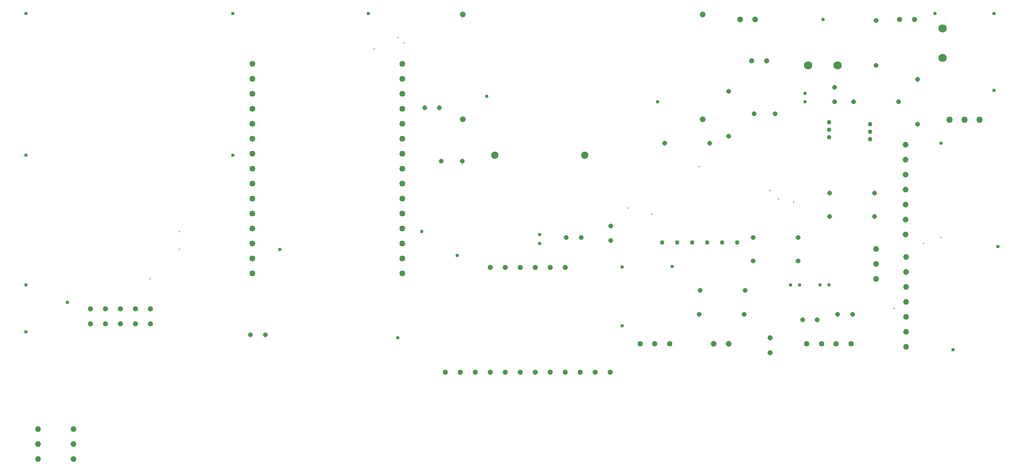
<source format=gbr>
%TF.GenerationSoftware,KiCad,Pcbnew,8.0.4*%
%TF.CreationDate,2024-10-15T19:25:32-05:00*%
%TF.ProjectId,touchboard,746f7563-6862-46f6-9172-642e6b696361,rev?*%
%TF.SameCoordinates,Original*%
%TF.FileFunction,Plated,1,2,PTH,Drill*%
%TF.FilePolarity,Positive*%
%FSLAX46Y46*%
G04 Gerber Fmt 4.6, Leading zero omitted, Abs format (unit mm)*
G04 Created by KiCad (PCBNEW 8.0.4) date 2024-10-15 19:25:32*
%MOMM*%
%LPD*%
G01*
G04 APERTURE LIST*
%TA.AperFunction,ViaDrill*%
%ADD10C,0.300000*%
%TD*%
%TA.AperFunction,ViaDrill*%
%ADD11C,0.600000*%
%TD*%
%TA.AperFunction,ComponentDrill*%
%ADD12C,0.600000*%
%TD*%
%TA.AperFunction,ComponentDrill*%
%ADD13C,0.750000*%
%TD*%
%TA.AperFunction,ComponentDrill*%
%ADD14C,0.762000*%
%TD*%
%TA.AperFunction,ComponentDrill*%
%ADD15C,0.800000*%
%TD*%
%TA.AperFunction,ComponentDrill*%
%ADD16C,0.900000*%
%TD*%
%TA.AperFunction,ComponentDrill*%
%ADD17C,0.950000*%
%TD*%
%TA.AperFunction,ComponentDrill*%
%ADD18C,1.000000*%
%TD*%
%TA.AperFunction,ComponentDrill*%
%ADD19C,1.020000*%
%TD*%
%TA.AperFunction,ComponentDrill*%
%ADD20C,1.100000*%
%TD*%
%TA.AperFunction,ComponentDrill*%
%ADD21C,1.300000*%
%TD*%
%TA.AperFunction,ComponentDrill*%
%ADD22C,1.400000*%
%TD*%
G04 APERTURE END LIST*
D10*
X65000000Y-90000000D03*
X70000000Y-82000000D03*
X70000000Y-85000000D03*
X103000000Y-51000000D03*
X107000000Y-49000000D03*
X108000000Y-50000000D03*
X146000000Y-78000000D03*
X150000000Y-79000000D03*
X158000000Y-71000000D03*
X170000000Y-75000000D03*
X171500000Y-76500000D03*
X174000000Y-77000000D03*
X191000000Y-95000000D03*
X196000000Y-84000000D03*
X199000000Y-83000000D03*
D11*
X44000000Y-45000000D03*
X44000000Y-69000000D03*
X44000000Y-91000000D03*
X44000000Y-99000000D03*
X51000000Y-94000000D03*
X79000000Y-45000000D03*
X79000000Y-69000000D03*
X87000000Y-85000000D03*
X102000000Y-45000000D03*
X107000000Y-100000000D03*
X111000000Y-82000000D03*
X117000000Y-86000000D03*
X122000000Y-59000000D03*
X145000000Y-88000000D03*
X145000000Y-98000000D03*
X151000000Y-60000000D03*
X153427717Y-87867390D03*
X179000000Y-46000000D03*
X198000000Y-45000000D03*
X199000000Y-67000000D03*
X201000000Y-102000000D03*
X208000000Y-45000000D03*
X208000000Y-58000000D03*
X208670183Y-84489692D03*
D12*
%TO.C,C34*%
X131000000Y-82500000D03*
X131000000Y-84000000D03*
%TO.C,C6*%
X173500000Y-91000000D03*
X175000000Y-91000000D03*
%TO.C,C4*%
X176000000Y-58500000D03*
X176000000Y-60000000D03*
%TO.C,C8*%
X178500000Y-91000000D03*
X180000000Y-91000000D03*
D13*
%TO.C,Q1*%
X180000000Y-63460000D03*
X180000000Y-64730000D03*
X180000000Y-66000000D03*
%TO.C,Q2*%
X187000000Y-63730000D03*
X187000000Y-65000000D03*
X187000000Y-66270000D03*
D14*
%TO.C,U7*%
X151750000Y-83825000D03*
X154290000Y-83825000D03*
X156830000Y-83825000D03*
X159370000Y-83825000D03*
X161910000Y-83825000D03*
X164450000Y-83825000D03*
D15*
%TO.C,C32*%
X82000000Y-99500000D03*
X84500000Y-99500000D03*
%TO.C,C2*%
X111500000Y-61000000D03*
X114000000Y-61000000D03*
%TO.C,C3*%
X114347349Y-70000000D03*
X117847349Y-70000000D03*
%TO.C,C35*%
X135500000Y-83000000D03*
X138000000Y-83000000D03*
%TO.C,C33*%
X143000000Y-81000000D03*
X143000000Y-83500000D03*
%TO.C,R2*%
X152190000Y-67000000D03*
%TO.C,R6*%
X158000000Y-96000000D03*
%TO.C,R10*%
X158190000Y-92000000D03*
%TO.C,R2*%
X159810000Y-67000000D03*
%TO.C,R1*%
X163000000Y-58190000D03*
X163000000Y-65810000D03*
%TO.C,R6*%
X165620000Y-96000000D03*
%TO.C,R10*%
X165810000Y-92000000D03*
%TO.C,R8*%
X167190000Y-83000000D03*
%TO.C,R7*%
X167190000Y-87000000D03*
%TO.C,C1*%
X167347349Y-62000000D03*
X170847349Y-62000000D03*
%TO.C,R8*%
X174810000Y-83000000D03*
%TO.C,R7*%
X174810000Y-87000000D03*
%TO.C,C7*%
X175500000Y-97000000D03*
X178000000Y-97000000D03*
%TO.C,RSD1*%
X180143000Y-75420000D03*
%TO.C,RG1*%
X180143000Y-79420000D03*
%TO.C,C5*%
X181000000Y-57500000D03*
X181000000Y-60000000D03*
%TO.C,C9*%
X181500000Y-96000000D03*
X184000000Y-96000000D03*
%TO.C,R3*%
X184190000Y-60000000D03*
%TO.C,RSD1*%
X187763000Y-75420000D03*
%TO.C,RG1*%
X187763000Y-79420000D03*
%TO.C,R5*%
X188000000Y-46190000D03*
X188000000Y-53810000D03*
%TO.C,R3*%
X191810000Y-60000000D03*
%TO.C,R4*%
X195000000Y-56190000D03*
X195000000Y-63810000D03*
D16*
%TO.C,U6*%
X54920000Y-95130000D03*
X54920000Y-97670000D03*
X57460000Y-95130000D03*
X57460000Y-97670000D03*
X60000000Y-95130000D03*
X60000000Y-97670000D03*
X62540000Y-95130000D03*
X62540000Y-97670000D03*
X65080000Y-95130000D03*
X65080000Y-97670000D03*
%TO.C,U1*%
X115030000Y-105890000D03*
X117570000Y-105890000D03*
X120110000Y-105890000D03*
X122650000Y-88110000D03*
X122650000Y-105890000D03*
X125190000Y-88110000D03*
X125190000Y-105890000D03*
X127730000Y-88110000D03*
X127730000Y-105890000D03*
X130270000Y-88110000D03*
X130270000Y-105890000D03*
X132810000Y-88110000D03*
X132810000Y-105890000D03*
X135350000Y-88110000D03*
X135350000Y-105890000D03*
X137890000Y-105890000D03*
X140430000Y-105890000D03*
X142970000Y-105890000D03*
%TO.C,D2*%
X166905000Y-53000000D03*
X169445000Y-53000000D03*
%TO.C,D3*%
X170000000Y-100000000D03*
X170000000Y-102540000D03*
%TO.C,D4*%
X192000000Y-46000000D03*
X194540000Y-46000000D03*
D17*
%TO.C,J5*%
X148000000Y-101000000D03*
X150500000Y-101000000D03*
X153000000Y-101000000D03*
%TO.C,J4*%
X176250000Y-101000000D03*
X178750000Y-101000000D03*
X181250000Y-101000000D03*
X183750000Y-101000000D03*
D18*
%TO.C,JP2*%
X46000000Y-115460000D03*
X46000000Y-118000000D03*
X46000000Y-120540000D03*
%TO.C,JP3*%
X52000000Y-115460000D03*
X52000000Y-118000000D03*
X52000000Y-120540000D03*
%TO.C,U2*%
X118000000Y-45110000D03*
X118000000Y-62890000D03*
X158640000Y-45110000D03*
X158640000Y-62890000D03*
%TO.C,J8*%
X160500000Y-101000000D03*
X163000000Y-101000000D03*
%TO.C,J2*%
X165000000Y-46000000D03*
X167500000Y-46000000D03*
%TO.C,JP1*%
X188000000Y-84920000D03*
X188000000Y-87460000D03*
X188000000Y-90000000D03*
%TO.C,U4*%
X192999000Y-67260000D03*
X192999000Y-69800000D03*
X192999000Y-72340000D03*
X192999000Y-74880000D03*
X192999000Y-77420000D03*
X192999000Y-79960000D03*
X192999000Y-82500000D03*
%TO.C,U5*%
X193046000Y-86260000D03*
X193046000Y-88800000D03*
X193046000Y-91340000D03*
X193046000Y-93880000D03*
X193046000Y-96420000D03*
X193046000Y-98960000D03*
X193046000Y-101500000D03*
D19*
%TO.C,U3*%
X82300000Y-53485000D03*
X82300000Y-56025000D03*
X82300000Y-58565000D03*
X82300000Y-61105000D03*
X82300000Y-63645000D03*
X82300000Y-66185000D03*
X82300000Y-68725000D03*
X82300000Y-71265000D03*
X82300000Y-73805000D03*
X82300000Y-76345000D03*
X82300000Y-78885000D03*
X82300000Y-81425000D03*
X82300000Y-83965000D03*
X82300000Y-86505000D03*
X82300000Y-89045000D03*
X107700000Y-53485000D03*
X107700000Y-56025000D03*
X107700000Y-58565000D03*
X107700000Y-61105000D03*
X107700000Y-63645000D03*
X107700000Y-66185000D03*
X107700000Y-68725000D03*
X107700000Y-71265000D03*
X107700000Y-73805000D03*
X107700000Y-76345000D03*
X107700000Y-78885000D03*
X107700000Y-81425000D03*
X107700000Y-83965000D03*
X107700000Y-86505000D03*
X107700000Y-89045000D03*
D20*
%TO.C,Q3*%
X200460000Y-63000000D03*
X203000000Y-63000000D03*
X205540000Y-63000000D03*
D21*
%TO.C,D1*%
X123380000Y-69000000D03*
X138620000Y-69000000D03*
D22*
%TO.C,J1*%
X176500000Y-53777500D03*
X181500000Y-53777500D03*
%TO.C,J3*%
X199222500Y-47500000D03*
X199222500Y-52500000D03*
M02*

</source>
